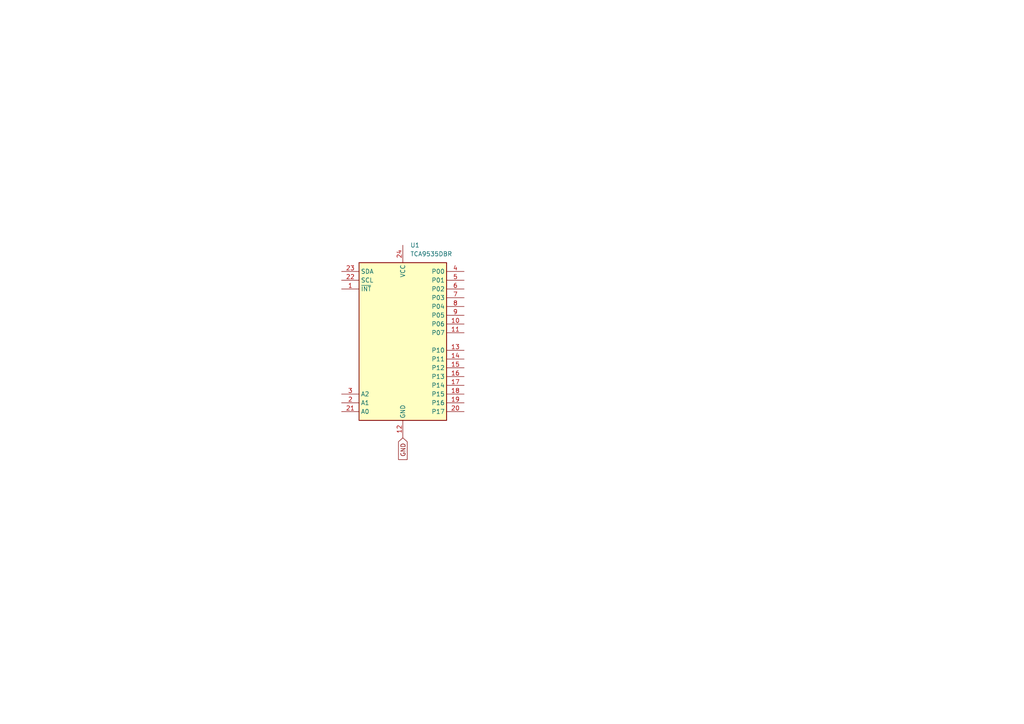
<source format=kicad_sch>
(kicad_sch (version 20250114) (generator "eeschema") (generator_version "9.0")
  (paper "A4")
  (lib_symbols
    (symbol "Interface_Expansion:TCA9535DBR"
      (property "Reference" "U" (at -11.43 24.13 0))
      (property "Value" "TCA9535DBR" (at 0 0 0))
      (symbol "TCA9535DBR_0_1"
        (rectangle (start -12.7 22.86) (end 12.7 -22.86) (stroke (width 0.254)) (fill (type background)))
      )
      (symbol "TCA9535DBR_1_1"
        (pin bidirectional line (at -17.78 20.32 0) (length 5.08) (name "SDA") (number "23"))
        (pin input line (at -17.78 17.78 0) (length 5.08) (name "SCL") (number "22"))
        (pin open_collector line (at -17.78 15.24 0) (length 5.08) (name "~{INT}") (number "1"))
        (pin input line (at -17.78 -15.24 0) (length 5.08) (name "A2") (number "3"))
        (pin input line (at -17.78 -17.78 0) (length 5.08) (name "A1") (number "2"))
        (pin input line (at -17.78 -20.32 0) (length 5.08) (name "A0") (number "21"))
        (pin power_in line (at 0 27.94 270) (length 5.08) (name "VCC") (number "24"))
        (pin power_in line (at 0 -27.94 90) (length 5.08) (name "GND") (number "12"))
        (pin bidirectional line (at 17.78 20.32 180) (length 5.08) (name "P00") (number "4"))
        (pin bidirectional line (at 17.78 17.78 180) (length 5.08) (name "P01") (number "5"))
        (pin bidirectional line (at 17.78 15.24 180) (length 5.08) (name "P02") (number "6"))
        (pin bidirectional line (at 17.78 12.7 180) (length 5.08) (name "P03") (number "7"))
        (pin bidirectional line (at 17.78 10.16 180) (length 5.08) (name "P04") (number "8"))
        (pin bidirectional line (at 17.78 7.62 180) (length 5.08) (name "P05") (number "9"))
        (pin bidirectional line (at 17.78 5.08 180) (length 5.08) (name "P06") (number "10"))
        (pin bidirectional line (at 17.78 2.54 180) (length 5.08) (name "P07") (number "11"))
        (pin bidirectional line (at 17.78 -2.54 180) (length 5.08) (name "P10") (number "13"))
        (pin bidirectional line (at 17.78 -5.08 180) (length 5.08) (name "P11") (number "14"))
        (pin bidirectional line (at 17.78 -7.62 180) (length 5.08) (name "P12") (number "15"))
        (pin bidirectional line (at 17.78 -10.16 180) (length 5.08) (name "P13") (number "16"))
        (pin bidirectional line (at 17.78 -12.7 180) (length 5.08) (name "P14") (number "17"))
        (pin bidirectional line (at 17.78 -15.24 180) (length 5.08) (name "P15") (number "18"))
        (pin bidirectional line (at 17.78 -17.78 180) (length 5.08) (name "P16") (number "19"))
        (pin bidirectional line (at 17.78 -20.32 180) (length 5.08) (name "P17") (number "20"))
      )
    )
  )
  (global_label "GND" (shape input) (at 116.84 127 270) (property "Intersheetrefs" "${INTERSHEET_REFS}" (effects (hide yes))))
  (symbol (lib_id "Interface_Expansion:TCA9535DBR") (at 116.84 99.06 0) (unit 1)
    (property "Reference" "U1" (at 118.9833 71.12 0) (effects (justify left)))
    (property "Value" "TCA9535DBR" (at 118.9833 73.66 0) (effects (justify left)))
    (property "Footprint" "Package_SO:SSOP-24_5.3x8.2mm_P0.65mm" (effects (hide yes)))
    (property "Datasheet" "http://www.ti.com/lit/ds/symlink/tca9535.pdf" (effects (hide yes)))
    (property "Description" "16-bit I/O expander, I2C and SMBus interface, interrupts, w/o pull-ups, SSOP-24" (effects (hide yes)))
  )
)
</source>
